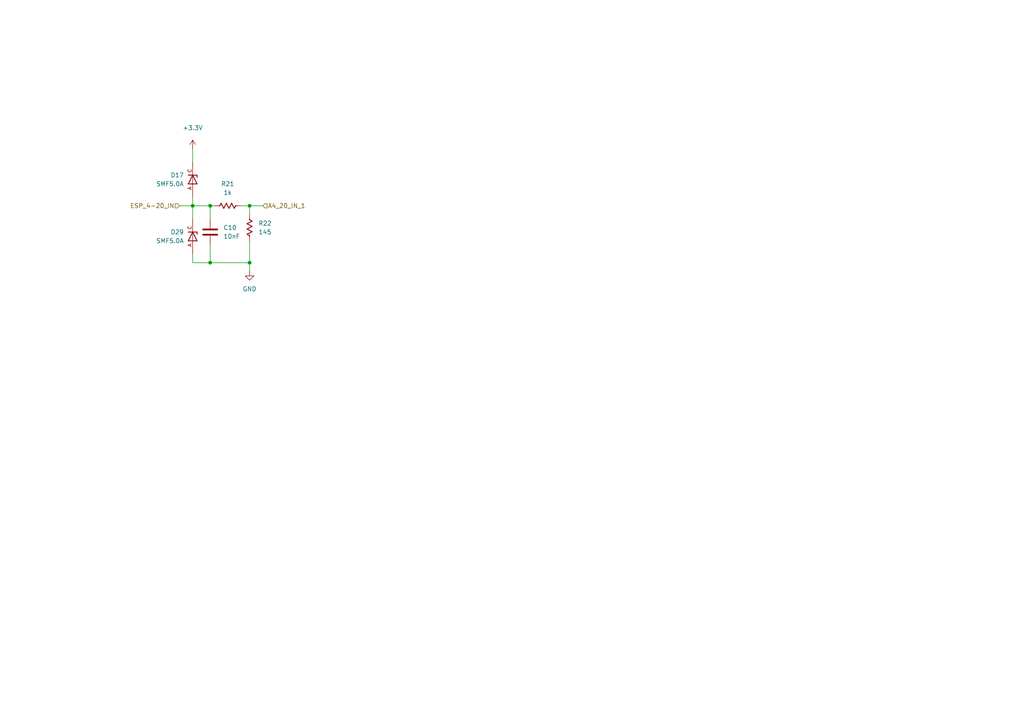
<source format=kicad_sch>
(kicad_sch (version 20250114) (generator "eeschema") (generator_version "9.0")
  (paper "A4")
  (lib_symbols
    (symbol "EasyEDA:+3.3V" (power) (pin_numbers (hide yes)) (pin_names (offset 0) (hide yes))
      (property "Value" "+3.3V" (at 0 3.556 0))
      (symbol "+3.3V_0_1"
        (polyline (pts (xy -0.762 1.27) (xy 0 2.54)))
        (polyline (pts (xy 0 2.54) (xy 0.762 1.27)))
        (polyline (pts (xy 0 0) (xy 0 2.54)))
      )
      (symbol "+3.3V_1_1"
        (pin power_in line (at 0 0 90) (length 0) (name "~") (number "1"))
      )
    )
    (symbol "EasyEDA:C_0603" (pin_numbers (hide yes)) (pin_names (offset 0.254))
      (property "Reference" "C" (at 0.635 2.54 0))
      (property "Value" "C_0603" (at 0.635 -2.54 0))
      (symbol "C_0603_0_1"
        (polyline (pts (xy -2.032 0.762) (xy 2.032 0.762)) (stroke (width 0.508)))
        (polyline (pts (xy -2.032 -0.762) (xy 2.032 -0.762)) (stroke (width 0.508)))
      )
      (symbol "C_0603_0_2"
        (polyline (pts (xy -2.54 -2.54) (xy -0.381 -0.381)))
        (polyline (pts (xy -0.508 -0.508) (xy -1.651 0.635)) (stroke (width 0.508)))
        (polyline (pts (xy -0.508 -0.508) (xy 0.635 -1.651)) (stroke (width 0.508)))
        (polyline (pts (xy 0.381 0.381) (xy 2.54 2.54)))
        (polyline (pts (xy 0.508 0.508) (xy -0.635 1.651)) (stroke (width 0.508)))
        (polyline (pts (xy 0.508 0.508) (xy 1.651 -0.635)) (stroke (width 0.508)))
      )
      (symbol "C_0603_1_1"
        (pin passive line (at 0 3.81 270) (length 2.794) (name "~") (number "1"))
        (pin passive line (at 0 -3.81 90) (length 2.794) (name "~") (number "2"))
      )
      (symbol "C_0603_1_2"
        (pin passive line (at -2.54 -2.54 90) (length 0) (name "~") (number "2"))
        (pin passive line (at 2.54 2.54 270) (length 0) (name "~") (number "1"))
      )
    )
    (symbol "EasyEDA:GND" (power) (pin_numbers (hide yes)) (pin_names (offset 0) (hide yes))
      (property "Value" "GND" (at 0 -3.81 0))
      (symbol "GND_0_1"
        (polyline (pts (xy 0 0) (xy 0 -1.27) (xy 1.27 -1.27) (xy 0 -2.54) (xy -1.27 -1.27) (xy 0 -1.27)))
      )
      (symbol "GND_1_1"
        (pin power_in line (at 0 0 270) (length 0) (name "~") (number "1"))
      )
    )
    (symbol "EasyEDA:R_0603" (pin_numbers (hide yes)) (pin_names (offset 0))
      (property "Reference" "R" (at 2.54 1.27 0))
      (property "Value" "R_0603" (at 2.54 -1.27 0))
      (symbol "R_0603_0_1"
        (polyline (pts (xy 0 2.286) (xy 0 2.54)) (stroke (width 0.254)))
        (polyline (pts (xy 0 2.286) (xy 0.762 1.905) (xy -0.762 1.143) (xy 0 0.762) (xy 0.762 0.381) (xy 0 0) (xy -0.762 -0.381) (xy 0 -0.762) (xy 0.762 -1.143) (xy 0 -1.524) (xy -0.762 -1.905) (xy 0 -2.286)) (stroke (width 0.254)))
        (polyline (pts (xy 0 -2.286) (xy 0 -2.54)) (stroke (width 0.254)))
      )
      (symbol "R_0603_0_2"
        (polyline (pts (xy -2.54 -2.54) (xy -1.778 -1.778)))
        (polyline (pts (xy -1.778 -1.778) (xy -1.524 -1.524)) (stroke (width 0.254)))
        (polyline (pts (xy -1.524 -1.524) (xy -1.778 -0.762) (xy -1.016 -1.016)) (stroke (width 0.254)))
        (polyline (pts (xy -0.508 -0.508) (xy -0.762 0.254) (xy 0 0)) (stroke (width 0.254)))
        (polyline (pts (xy -0.508 -0.508) (xy -0.254 -1.27) (xy -1.016 -1.016)) (stroke (width 0.254)))
        (polyline (pts (xy 0.508 0.508) (xy 0.254 1.27) (xy 1.016 1.016)) (stroke (width 0.254)))
        (polyline (pts (xy 0.508 0.508) (xy 0.762 -0.254) (xy 0 0)) (stroke (width 0.254)))
        (polyline (pts (xy 1.524 1.524) (xy 1.778 0.762) (xy 1.016 1.016)) (stroke (width 0.254)))
        (polyline (pts (xy 1.778 1.778) (xy 1.524 1.524)) (stroke (width 0.254)))
        (polyline (pts (xy 1.778 1.778) (xy 2.54 2.54)))
      )
      (symbol "R_0603_1_1"
        (pin passive line (at 0 3.81 270) (length 1.27) (name "~") (number "1"))
        (pin passive line (at 0 -3.81 90) (length 1.27) (name "~") (number "2"))
      )
      (symbol "R_0603_1_2"
        (pin passive line (at -2.54 -2.54 0) (length 0) (name "") (number "2"))
        (pin passive line (at 2.54 2.54 180) (length 0) (name "") (number "1"))
      )
    )
    (symbol "EasyEDA:R_0805" (pin_numbers (hide yes)) (pin_names (offset 0))
      (property "Reference" "R" (at 2.54 1.27 0))
      (property "Value" "R_0805" (at 2.54 -1.27 0))
      (symbol "R_0805_0_1"
        (polyline (pts (xy 0 2.286) (xy 0 2.54)) (stroke (width 0.254)))
        (polyline (pts (xy 0 2.286) (xy 0.762 1.905) (xy -0.762 1.143) (xy 0 0.762) (xy 0.762 0.381) (xy 0 0) (xy -0.762 -0.381) (xy 0 -0.762) (xy 0.762 -1.143) (xy 0 -1.524) (xy -0.762 -1.905) (xy 0 -2.286)) (stroke (width 0.254)))
        (polyline (pts (xy 0 -2.286) (xy 0 -2.54)) (stroke (width 0.254)))
      )
      (symbol "R_0805_0_2"
        (polyline (pts (xy -2.54 -2.54) (xy -1.778 -1.778)))
        (polyline (pts (xy -1.778 -1.778) (xy -1.524 -1.524)) (stroke (width 0.254)))
        (polyline (pts (xy -1.524 -1.524) (xy -1.778 -0.762) (xy -1.016 -1.016)) (stroke (width 0.254)))
        (polyline (pts (xy -0.508 -0.508) (xy -0.762 0.254) (xy 0 0)) (stroke (width 0.254)))
        (polyline (pts (xy -0.508 -0.508) (xy -0.254 -1.27) (xy -1.016 -1.016)) (stroke (width 0.254)))
        (polyline (pts (xy 0.508 0.508) (xy 0.254 1.27) (xy 1.016 1.016)) (stroke (width 0.254)))
        (polyline (pts (xy 0.508 0.508) (xy 0.762 -0.254) (xy 0 0)) (stroke (width 0.254)))
        (polyline (pts (xy 1.524 1.524) (xy 1.778 0.762) (xy 1.016 1.016)) (stroke (width 0.254)))
        (polyline (pts (xy 1.778 1.778) (xy 1.524 1.524)) (stroke (width 0.254)))
        (polyline (pts (xy 1.778 1.778) (xy 2.54 2.54)))
      )
      (symbol "R_0805_1_1"
        (pin passive line (at 0 3.81 270) (length 1.27) (name "~") (number "1"))
        (pin passive line (at 0 -3.81 90) (length 1.27) (name "~") (number "2"))
      )
      (symbol "R_0805_1_2"
        (pin passive line (at -2.54 -2.54 0) (length 0) (name "") (number "2"))
        (pin passive line (at 2.54 2.54 180) (length 0) (name "") (number "1"))
      )
    )
    (symbol "SMF5.0A:SMF5.0A" (pin_names (offset 1.016))
      (property "Reference" "D" (at -5.0835 2.4159 0))
      (property "Value" "SMF5.0A" (at -5.0854 -4.9611 0))
      (symbol "SMF5.0A_0_0"
        (polyline (pts (xy -1.27 0) (xy -1.27 1.27)) (stroke (width 0.254)))
        (polyline (pts (xy -1.27 0) (xy 1.27 -1.27)) (stroke (width 0.254)))
        (polyline (pts (xy -1.27 -1.27) (xy -1.27 0)) (stroke (width 0.254)))
        (polyline (pts (xy -0.635 -1.27) (xy -1.27 -1.27)) (stroke (width 0.254)))
        (polyline (pts (xy 1.27 1.27) (xy -1.27 0)) (stroke (width 0.254)))
        (polyline (pts (xy 1.27 -1.27) (xy 1.27 1.27)) (stroke (width 0.254)))
        (pin passive line (at -5.08 0 0) (length 5.08) (name "~") (number "C"))
        (pin passive line (at 5.08 0 180) (length 5.08) (name "~") (number "A"))
      )
    )
  )
  (junction (at 60.96 76.2))
  (junction (at 60.96 59.69))
  (junction (at 72.39 76.2))
  (junction (at 72.39 59.69))
  (junction (at 55.88 59.69))
  (wire (pts (xy 52.07 59.69) (xy 55.88 59.69)))
  (wire (pts (xy 55.88 59.69) (xy 55.88 63.5)))
  (wire (pts (xy 69.85 59.69) (xy 72.39 59.69)))
  (wire (pts (xy 60.96 59.69) (xy 60.96 63.5)))
  (wire (pts (xy 72.39 76.2) (xy 72.39 78.74)))
  (wire (pts (xy 55.88 76.2) (xy 60.96 76.2)))
  (wire (pts (xy 55.88 73.66) (xy 55.88 76.2)))
  (wire (pts (xy 60.96 59.69) (xy 62.23 59.69)))
  (wire (pts (xy 55.88 43.18) (xy 55.88 46.99)))
  (wire (pts (xy 72.39 62.23) (xy 72.39 59.69)))
  (wire (pts (xy 55.88 59.69) (xy 60.96 59.69)))
  (wire (pts (xy 55.88 57.15) (xy 55.88 59.69)))
  (wire (pts (xy 60.96 71.12) (xy 60.96 76.2)))
  (wire (pts (xy 60.96 76.2) (xy 72.39 76.2)))
  (wire (pts (xy 72.39 59.69) (xy 76.2 59.69)))
  (wire (pts (xy 72.39 69.85) (xy 72.39 76.2)))
  (hierarchical_label "A4_20_IN_1" (shape input) (at 76.2 59.69 0))
  (hierarchical_label "ESP_4-20_IN" (shape input) (at 52.07 59.69 180))
  (symbol (lib_id "EasyEDA:C_0603") (at 60.96 67.31 0) (unit 1)
    (property "Reference" "C10" (at 64.77 66.0399 0) (effects (justify left)))
    (property "Value" "10nF" (at 64.77 68.5799 0) (effects (justify left)))
    (property "Footprint" "PCM_Capacitor_SMD_AKL:C_0603_1608Metric" (effects (hide yes)))
    (property "Description" "SMD 0603 MLCC capacitor, Alternate KiCad Library" (effects (hide yes)))
    (property "Voltage" "10V" (effects (hide yes)))
  )
  (symbol (lib_id "EasyEDA:R_0805") (at 72.39 66.04 0) (unit 1)
    (property "Reference" "R22" (at 74.93 64.7699 0) (effects (justify left)))
    (property "Value" "145" (at 74.93 67.3099 0) (effects (justify left)))
    (property "Footprint" "PCM_Resistor_SMD_AKL:R_0805_2012Metric" (effects (hide yes)))
    (property "Description" "SMD 0805 Chip Resistor, US Symbol, Alternate KiCad Library" (effects (hide yes)))
  )
  (symbol (lib_id "SMF5.0A:SMF5.0A") (at 55.88 68.58 90) (mirror x) (unit 1)
    (property "Reference" "D29" (at 53.34 67.3099 90) (effects (justify left)))
    (property "Value" "SMF5.0A" (at 53.34 69.8499 90) (effects (justify left)))
    (property "Footprint" "SMF5.0A:SODFL3718X102N" (effects (hide yes)))
    (property "MF" "Taiwan Semiconductor" (effects (hide yes)))
    (property "MAXIMUM_PACKAGE_HEIGHT" "1.02 mm" (effects (hide yes)))
    (property "Package" "SOD-123W-2 Taiwan Semiconductor" (effects (hide yes)))
    (property "Price" "None" (effects (hide yes)))
    (property "Check_prices" "https://www.snapeda.com/parts/SMF5.0A/taiwan/view-part/?ref=eda" (effects (hide yes)))
    (property "STANDARD" "IPC-7351B" (effects (hide yes)))
    (property "PARTREV" "D2103" (effects (hide yes)))
    (property "SnapEDA_Link" "https://www.snapeda.com/parts/SMF5.0A/taiwan/view-part/?ref=snap" (effects (hide yes)))
    (property "MP" "SMF5.0A" (effects (hide yes)))
    (property "Description_1" "200W, 6.7V, 5%, Unidirectional, TVS" (effects (hide yes)))
    (property "Availability" "In Stock" (effects (hide yes)))
    (property "MANUFACTURER" "Taiwan Semiconductor" (effects (hide yes)))
  )
  (symbol (lib_id "EasyEDA:R_0603") (at 66.04 59.69 90) (unit 1)
    (property "Reference" "R21" (at 66.04 53.34 90))
    (property "Value" "1k" (at 66.04 55.88 90))
    (property "Footprint" "PCM_Resistor_SMD_AKL:R_0603_1608Metric" (effects (hide yes)))
    (property "Description" "SMD 0603 Chip Resistor, US Symbol, Alternate KiCad Library" (effects (hide yes)))
  )
  (symbol (lib_id "EasyEDA:+3.3V") (at 55.88 43.18 0) (unit 1)
    (property "Reference" "#PWR039" (effects (hide yes)))
    (property "Value" "+3.3V" (at 55.88 37.084 0))
    (property "Description" "Power symbol creates a global label with name \"+3.3V\"" (effects (hide yes)))
  )
  (symbol (lib_id "SMF5.0A:SMF5.0A") (at 55.88 52.07 90) (mirror x) (unit 1)
    (property "Reference" "D17" (at 53.34 50.7999 90) (effects (justify left)))
    (property "Value" "SMF5.0A" (at 53.34 53.3399 90) (effects (justify left)))
    (property "Footprint" "SMF5.0A:SODFL3718X102N" (effects (hide yes)))
    (property "MF" "Taiwan Semiconductor" (effects (hide yes)))
    (property "MAXIMUM_PACKAGE_HEIGHT" "1.02 mm" (effects (hide yes)))
    (property "Package" "SOD-123W-2 Taiwan Semiconductor" (effects (hide yes)))
    (property "Price" "None" (effects (hide yes)))
    (property "Check_prices" "https://www.snapeda.com/parts/SMF5.0A/taiwan/view-part/?ref=eda" (effects (hide yes)))
    (property "STANDARD" "IPC-7351B" (effects (hide yes)))
    (property "PARTREV" "D2103" (effects (hide yes)))
    (property "SnapEDA_Link" "https://www.snapeda.com/parts/SMF5.0A/taiwan/view-part/?ref=snap" (effects (hide yes)))
    (property "MP" "SMF5.0A" (effects (hide yes)))
    (property "Description_1" "200W, 6.7V, 5%, Unidirectional, TVS" (effects (hide yes)))
    (property "Availability" "In Stock" (effects (hide yes)))
    (property "MANUFACTURER" "Taiwan Semiconductor" (effects (hide yes)))
  )
  (symbol (lib_id "EasyEDA:GND") (at 72.39 78.74 0) (unit 1)
    (property "Reference" "#PWR040" (effects (hide yes)))
    (property "Value" "GND" (at 72.39 83.82 0))
    (property "Description" "Power symbol creates a global label with name \"GND\" , ground" (effects (hide yes)))
  )
)
</source>
